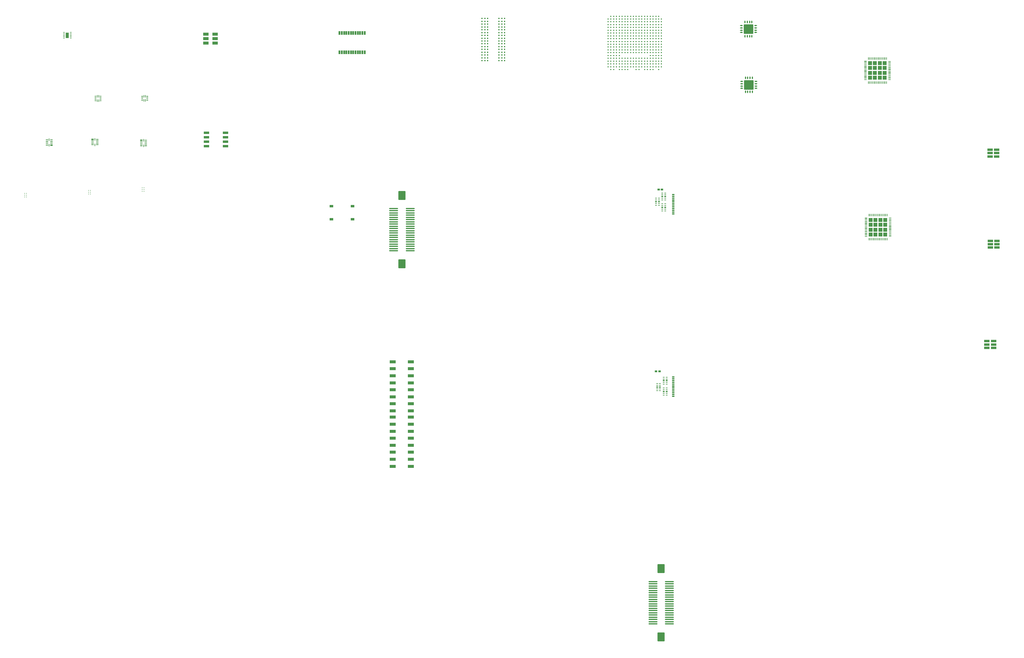
<source format=gtp>
%FSLAX46Y46*%
%MOMM*%
%AMPS22*
1,1,0.250000,0.000000,0.000000*
%
%ADD22PS22*%
%AMPS46*
1,1,0.400000,0.000000,0.000000*
%
%ADD46PS46*%
%AMPS30*
1,1,0.350000,0.000000,0.000000*
%
%ADD30PS30*%
%AMPS45*
21,1,0.890000,1.650000,0.000000,0.000000,90.000000*
%
%ADD45PS45*%
%AMPS44*
21,1,0.890000,1.650000,0.000000,0.000000,270.000000*
%
%ADD44PS44*%
%AMPS50*
21,1,0.450000,1.050000,0.000000,0.000000,0.000000*
%
%ADD50PS50*%
%AMPS51*
21,1,0.450000,1.050000,0.000000,0.000000,180.000000*
%
%ADD51PS51*%
%AMPS52*
21,1,0.600000,0.500000,0.000000,0.000000,0.000000*
%
%ADD52PS52*%
%AMPS43*
21,1,0.600000,0.500000,0.000000,0.000000,180.000000*
%
%ADD43PS43*%
%AMPS10*
21,1,0.650000,1.450000,0.000000,0.000000,90.000000*
%
%ADD10PS10*%
%AMPS11*
21,1,0.650000,1.450000,0.000000,0.000000,270.000000*
%
%ADD11PS11*%
%AMPS12*
21,1,0.690000,0.320000,0.000000,0.000000,0.000000*
%
%ADD12PS12*%
%AMPS37*
21,1,0.690000,0.320000,0.000000,0.000000,180.000000*
%
%ADD37PS37*%
%AMPS40*
21,1,0.890000,1.600000,0.000000,0.000000,90.000000*
%
%ADD40PS40*%
%AMPS39*
21,1,0.890000,1.600000,0.000000,0.000000,270.000000*
%
%ADD39PS39*%
%AMPS42*
21,1,0.220000,0.700000,0.000000,0.000000,0.000000*
%
%ADD42PS42*%
%AMPS48*
21,1,0.600000,1.500000,0.000000,0.000000,90.000000*
%
%ADD48PS48*%
%AMPS47*
21,1,0.600000,1.500000,0.000000,0.000000,270.000000*
%
%ADD47PS47*%
%AMPS41*
21,1,0.220000,0.450000,0.000000,0.000000,270.000000*
%
%ADD41PS41*%
%AMPS24*
21,1,0.700000,0.220000,0.000000,0.000000,180.000000*
%
%ADD24PS24*%
%AMPS23*
21,1,0.700000,0.220000,0.000000,0.000000,270.000000*
%
%ADD23PS23*%
%AMPS13*
21,1,0.690000,0.220000,0.000000,0.000000,0.000000*
%
%ADD13PS13*%
%AMPS15*
21,1,0.690000,0.220000,0.000000,0.000000,90.000000*
%
%ADD15PS15*%
%AMPS16*
21,1,0.690000,0.220000,0.000000,0.000000,180.000000*
%
%ADD16PS16*%
%AMPS14*
21,1,0.690000,0.220000,0.000000,0.000000,270.000000*
%
%ADD14PS14*%
%AMPS38*
21,1,0.320000,0.700000,0.000000,0.000000,90.000000*
%
%ADD38PS38*%
%AMPS27*
4,1,4,
0.150000,0.150000,
0.150000,1.250000,
1.250000,1.250000,
1.250000,0.150000,
0.150000,0.150000,
0
*
4,1,4,
0.150000,1.550000,
0.150000,2.650000,
1.250000,2.650000,
1.250000,1.550000,
0.150000,1.550000,
0
*
4,1,4,
1.550000,0.150000,
1.550000,1.250000,
2.650000,1.250000,
2.650000,0.150000,
1.550000,0.150000,
0
*
4,1,4,
0.150000,-2.650000,
0.150000,-1.550000,
1.250000,-1.550000,
1.250000,-2.650000,
0.150000,-2.650000,
0
*
4,1,4,
-1.250000,1.550000,
-1.250000,2.650000,
-0.150000,2.650000,
-0.150000,1.550000,
-1.250000,1.550000,
0
*
4,1,4,
1.550000,-2.650000,
1.550000,-1.550000,
2.650000,-1.550000,
2.650000,-2.650000,
1.550000,-2.650000,
0
*
4,1,4,
-2.650000,-1.250000,
-2.650000,-0.150000,
-1.550000,-0.150000,
-1.550000,-1.250000,
-2.650000,-1.250000,
0
*
4,1,4,
-2.650000,0.150000,
-2.650000,1.250000,
-1.550000,1.250000,
-1.550000,0.150000,
-2.650000,0.150000,
0
*
4,1,4,
-1.250000,-1.250000,
-1.250000,-0.150000,
-0.150000,-0.150000,
-0.150000,-1.250000,
-1.250000,-1.250000,
0
*
4,1,4,
1.550000,-1.250000,
1.550000,-0.150000,
2.650000,-0.150000,
2.650000,-1.250000,
1.550000,-1.250000,
0
*
4,1,4,
0.150000,-1.250000,
0.150000,-0.150000,
1.250000,-0.150000,
1.250000,-1.250000,
0.150000,-1.250000,
0
*
4,1,4,
-1.250000,0.150000,
-1.250000,1.250000,
-0.150000,1.250000,
-0.150000,0.150000,
-1.250000,0.150000,
0
*
4,1,4,
-2.650000,1.550000,
-2.650000,2.650000,
-1.550000,2.650000,
-1.550000,1.550000,
-2.650000,1.550000,
0
*
4,1,4,
-2.650000,-2.650000,
-2.650000,-1.550000,
-1.550000,-1.550000,
-1.550000,-2.650000,
-2.650000,-2.650000,
0
*
4,1,4,
-1.250000,-2.650000,
-1.250000,-1.550000,
-0.150000,-1.550000,
-0.150000,-2.650000,
-1.250000,-2.650000,
0
*
4,1,4,
1.550000,1.550000,
1.550000,2.650000,
2.650000,2.650000,
2.650000,1.550000,
1.550000,1.550000,
0
*
%
%ADD27PS27*%
%AMPS31*
1,1,0.100000,-0.200000,-0.050000*
1,1,0.100000,-0.200000,0.050000*
21,1,0.500000,0.100000,0.000000,0.000000,0.000000*
21,1,0.400000,0.200000,0.000000,0.000000,0.000000*
1,1,0.100000,0.200000,-0.050000*
1,1,0.100000,0.200000,0.050000*
%
%ADD31PS31*%
%AMPS32*
1,1,0.100000,0.200000,0.050000*
1,1,0.100000,0.200000,-0.050000*
21,1,0.500000,0.100000,0.000000,0.000000,180.000000*
21,1,0.400000,0.200000,0.000000,0.000000,180.000000*
1,1,0.100000,-0.200000,0.050000*
1,1,0.100000,-0.200000,-0.050000*
%
%ADD32PS32*%
%AMPS36*
1,1,0.200000,-0.900000,1.150000*
1,1,0.200000,0.900000,1.150000*
21,1,2.500000,1.800000,0.000000,0.000000,270.000000*
21,1,2.300000,2.000000,0.000000,0.000000,270.000000*
1,1,0.200000,-0.900000,-1.150000*
1,1,0.200000,0.900000,-1.150000*
%
%ADD36PS36*%
%AMPS21*
1,1,0.100000,-1.300000,-1.300000*
1,1,0.100000,-1.300000,1.300000*
21,1,2.700000,2.600000,0.000000,0.000000,0.000000*
21,1,2.600000,2.700000,0.000000,0.000000,0.000000*
1,1,0.100000,1.300000,-1.300000*
1,1,0.100000,1.300000,1.300000*
%
%ADD21PS21*%
%AMPS28*
1,1,0.100000,0.232500,0.050000*
1,1,0.100000,0.232500,-0.050000*
21,1,0.565000,0.100000,0.000000,0.000000,180.000000*
21,1,0.465000,0.200000,0.000000,0.000000,180.000000*
1,1,0.100000,-0.232500,0.050000*
1,1,0.100000,-0.232500,-0.050000*
%
%ADD28PS28*%
%AMPS33*
1,1,0.100000,0.400000,0.700000*
1,1,0.100000,0.400000,-0.700000*
21,1,0.900000,1.400000,0.000000,0.000000,180.000000*
21,1,0.800000,1.500000,0.000000,0.000000,180.000000*
1,1,0.100000,-0.400000,0.700000*
1,1,0.100000,-0.400000,-0.700000*
%
%ADD33PS33*%
%AMPS49*
1,1,0.200000,-0.400000,-0.275000*
1,1,0.200000,-0.400000,0.275000*
21,1,1.000000,0.550000,0.000000,0.000000,0.000000*
21,1,0.800000,0.750000,0.000000,0.000000,0.000000*
1,1,0.200000,0.400000,-0.275000*
1,1,0.200000,0.400000,0.275000*
%
%ADD49PS49*%
%AMPS29*
1,1,0.100000,0.232500,0.150000*
1,1,0.100000,0.232500,-0.150000*
21,1,0.565000,0.300000,0.000000,0.000000,180.000000*
21,1,0.465000,0.400000,0.000000,0.000000,180.000000*
1,1,0.100000,-0.232500,0.150000*
1,1,0.100000,-0.232500,-0.150000*
%
%ADD29PS29*%
%AMPS34*
1,1,0.200000,1.150000,-0.075000*
1,1,0.200000,-1.150000,-0.075000*
21,1,0.350000,2.300000,0.000000,0.000000,90.000000*
21,1,0.150000,2.500000,0.000000,0.000000,90.000000*
1,1,0.200000,1.150000,0.075000*
1,1,0.200000,-1.150000,0.075000*
%
%ADD34PS34*%
%AMPS35*
1,1,0.200000,-1.150000,0.075000*
1,1,0.200000,1.150000,0.075000*
21,1,0.350000,2.300000,0.000000,0.000000,270.000000*
21,1,0.150000,2.500000,0.000000,0.000000,270.000000*
1,1,0.200000,-1.150000,-0.075000*
1,1,0.200000,1.150000,-0.075000*
%
%ADD35PS35*%
%AMPS19*
1,1,0.350000,0.000000,-0.225000*
1,1,0.350000,0.000000,0.225000*
21,1,0.350000,0.450000,0.000000,0.000000,0.000000*
21,1,0.000000,0.800000,0.000000,0.000000,0.000000*
1,1,0.350000,0.000000,-0.225000*
1,1,0.350000,0.000000,0.225000*
%
%ADD19PS19*%
%AMPS17*
1,1,0.350000,0.225000,0.000000*
1,1,0.350000,-0.225000,0.000000*
21,1,0.350000,0.450000,0.000000,0.000000,90.000000*
21,1,0.000000,0.800000,0.000000,0.000000,90.000000*
1,1,0.350000,0.225000,0.000000*
1,1,0.350000,-0.225000,0.000000*
%
%ADD17PS17*%
%AMPS20*
1,1,0.350000,0.000000,0.225000*
1,1,0.350000,0.000000,-0.225000*
21,1,0.350000,0.450000,0.000000,0.000000,180.000000*
21,1,0.000000,0.800000,0.000000,0.000000,180.000000*
1,1,0.350000,0.000000,0.225000*
1,1,0.350000,0.000000,-0.225000*
%
%ADD20PS20*%
%AMPS18*
1,1,0.350000,-0.225000,0.000000*
1,1,0.350000,0.225000,0.000000*
21,1,0.350000,0.450000,0.000000,0.000000,270.000000*
21,1,0.000000,0.800000,0.000000,0.000000,270.000000*
1,1,0.350000,-0.225000,0.000000*
1,1,0.350000,0.225000,0.000000*
%
%ADD18PS18*%
%AMPS26*
4,1,4,
0.010000,0.005000,
0.010000,0.215000,
0.690000,0.215000,
0.690000,0.005000,
0.010000,0.005000,
0
*
4,1,4,
0.010000,0.405000,
0.010000,0.615000,
0.690000,0.615000,
0.690000,0.405000,
0.010000,0.405000,
0
*
%
%ADD26PS26*%
%AMPS25*
4,1,4,
-0.010000,-0.005000,
-0.010000,-0.215000,
-0.690000,-0.215000,
-0.690000,-0.005000,
-0.010000,-0.005000,
0
*
4,1,4,
-0.010000,-0.405000,
-0.010000,-0.615000,
-0.690000,-0.615000,
-0.690000,-0.405000,
-0.010000,-0.405000,
0
*
4,1,4,
-0.010000,-0.805000,
-0.010000,-1.015000,
-0.690000,-1.015000,
-0.690000,-0.805000,
-0.010000,-0.805000,
0
*
%
%ADD25PS25*%
G01*
G01*
%LPD*%
G75*
D10*
X128140000Y-14840000D03*
D11*
X128140000Y-12940000D03*
D11*
X126240000Y-14840000D03*
D11*
X126240000Y-12940000D03*
D11*
X126240000Y-13890000D03*
D10*
X128140000Y-13890000D03*
D12*
X-139955000Y42915000D03*
D13*
X-139955000Y43715000D03*
D14*
X-140610000Y42910000D03*
D15*
X-140610000Y44520000D03*
D16*
X-141265000Y43715000D03*
D16*
X-141265000Y44115000D03*
D16*
X-141265000Y44515000D03*
D16*
X-141265000Y42915000D03*
D13*
X-139955000Y43315000D03*
D16*
X-141265000Y43315000D03*
D13*
X-139955000Y44515000D03*
D13*
X-139955000Y44115000D03*
D17*
X56500000Y60425000D03*
D18*
X60500000Y59775000D03*
D17*
X56500000Y59775000D03*
D19*
X58825000Y62100000D03*
D19*
X57525000Y62100000D03*
D18*
X60500000Y61075000D03*
D17*
X56500000Y61075000D03*
D20*
X58175000Y58100000D03*
D19*
X58175000Y62100000D03*
D21*
X58500000Y60100000D03*
D18*
X60500000Y59125000D03*
D19*
X59475000Y62100000D03*
D17*
X56500000Y59125000D03*
D20*
X59475000Y58100000D03*
D20*
X58825000Y58100000D03*
D20*
X57525000Y58100000D03*
D18*
X60500000Y60425000D03*
D22*
X-129400000Y29500000D03*
D22*
X-129400000Y30000000D03*
D22*
X-128900000Y29000000D03*
D22*
X-128900000Y29500000D03*
D22*
X-129400000Y29000000D03*
D22*
X-128900000Y30000000D03*
D23*
X94500000Y60760000D03*
D23*
X93700000Y67640000D03*
D23*
X93700000Y60760000D03*
D24*
X98540000Y62800000D03*
D25*
X92010000Y62510000D03*
D23*
X95300000Y60760000D03*
D24*
X98540000Y65200000D03*
D23*
X95700000Y67640000D03*
D24*
X98540000Y66400000D03*
D23*
X97300000Y67640000D03*
D23*
X94100000Y67640000D03*
D23*
X95300000Y67640000D03*
D23*
X92900000Y67640000D03*
D23*
X92900000Y60760000D03*
D24*
X98540000Y63200000D03*
D26*
X98190000Y64290000D03*
D26*
X98190000Y63490000D03*
D23*
X94900000Y60760000D03*
D23*
X96100000Y67640000D03*
D23*
X95700000Y60760000D03*
D23*
X97700000Y60760000D03*
D23*
X92500000Y67640000D03*
D23*
X96500000Y60760000D03*
D24*
X98540000Y66800000D03*
D23*
X96900000Y67640000D03*
D23*
X96900000Y60760000D03*
D23*
X96500000Y67640000D03*
D24*
X98540000Y62000000D03*
D24*
X98540000Y66000000D03*
D23*
X94900000Y67640000D03*
D24*
X98540000Y65600000D03*
D25*
X92010000Y64110000D03*
D23*
X97700000Y67640000D03*
D23*
X94100000Y60760000D03*
D23*
X97300000Y60760000D03*
D24*
X98540000Y62400000D03*
D23*
X94500000Y67640000D03*
D23*
X92500000Y60760000D03*
D27*
X95100000Y64200000D03*
D23*
X93300000Y60760000D03*
D25*
X92010000Y65310000D03*
D24*
X98540000Y61600000D03*
D24*
X91660000Y65600000D03*
D25*
X92010000Y66910000D03*
D24*
X91660000Y62800000D03*
D23*
X93300000Y67640000D03*
D23*
X96100000Y60760000D03*
D28*
X34282500Y-28300000D03*
D28*
X35117500Y-26300000D03*
D28*
X35117500Y-27800000D03*
D29*
X34282500Y-27300000D03*
D28*
X34282500Y-26300000D03*
D28*
X35117500Y-26800000D03*
D28*
X34282500Y-26800000D03*
D28*
X35117500Y-28300000D03*
D29*
X35117500Y-27300000D03*
D28*
X34282500Y-27800000D03*
D30*
X18440000Y70080000D03*
D30*
X20840000Y75680000D03*
D30*
X32840000Y66880000D03*
D30*
X29640000Y66080000D03*
D30*
X20040000Y67680000D03*
D30*
X32040000Y71680000D03*
D30*
X28040000Y71680000D03*
D30*
X29640000Y72480000D03*
D30*
X28040000Y78880000D03*
D30*
X24040000Y72480000D03*
D30*
X24840000Y70080000D03*
D30*
X23240000Y69280000D03*
D30*
X26440000Y71680000D03*
D30*
X32040000Y75680000D03*
D30*
X23240000Y67680000D03*
D30*
X22440000Y71680000D03*
D30*
X23240000Y66880000D03*
D30*
X33640000Y66880000D03*
D30*
X22440000Y72480000D03*
D30*
X30440000Y64480000D03*
D30*
X18440000Y67680000D03*
D30*
X25640000Y65280000D03*
D30*
X22440000Y77280000D03*
D30*
X18440000Y65280000D03*
D30*
X32040000Y67680000D03*
D30*
X33640000Y78080000D03*
D30*
X28840000Y67680000D03*
D30*
X18440000Y76480000D03*
D30*
X32840000Y77280000D03*
D30*
X21640000Y66080000D03*
D30*
X20040000Y70880000D03*
D30*
X19240000Y75680000D03*
D30*
X32840000Y76480000D03*
D30*
X19240000Y78880000D03*
D30*
X26440000Y74080000D03*
D30*
X21640000Y76480000D03*
D30*
X21640000Y67680000D03*
D30*
X27240000Y66880000D03*
D30*
X22440000Y66880000D03*
D30*
X25640000Y70080000D03*
D30*
X32840000Y79680000D03*
D30*
X21640000Y74080000D03*
D30*
X32840000Y74080000D03*
D30*
X29640000Y73280000D03*
D30*
X19240000Y64480000D03*
D30*
X28040000Y75680000D03*
D30*
X28840000Y64480000D03*
D30*
X20840000Y70080000D03*
D30*
X20040000Y74880000D03*
D30*
X28040000Y79680000D03*
D30*
X29640000Y75680000D03*
D30*
X23240000Y78080000D03*
D30*
X25640000Y74080000D03*
D30*
X31240000Y71680000D03*
D30*
X22440000Y67680000D03*
D30*
X20840000Y65280000D03*
D30*
X33640000Y74880000D03*
D30*
X28840000Y65280000D03*
D30*
X33640000Y76480000D03*
D30*
X23240000Y70080000D03*
D30*
X28040000Y67680000D03*
D30*
X20840000Y79680000D03*
D30*
X23240000Y66080000D03*
D30*
X29640000Y66880000D03*
D30*
X24840000Y76480000D03*
D30*
X18440000Y70880000D03*
D30*
X29640000Y71680000D03*
D30*
X24840000Y65280000D03*
D30*
X27240000Y72480000D03*
D30*
X24840000Y67680000D03*
D30*
X20040000Y77280000D03*
D30*
X18440000Y74080000D03*
D30*
X25640000Y67680000D03*
D30*
X28840000Y66880000D03*
D30*
X26440000Y76480000D03*
D30*
X27240000Y70080000D03*
D30*
X24040000Y73280000D03*
D30*
X24040000Y67680000D03*
D30*
X32840000Y73280000D03*
D30*
X29640000Y78880000D03*
D30*
X27240000Y69280000D03*
D30*
X20040000Y69280000D03*
D30*
X30440000Y66080000D03*
D30*
X33640000Y67680000D03*
D30*
X24840000Y70880000D03*
D30*
X20840000Y69280000D03*
D30*
X32840000Y71680000D03*
D30*
X18440000Y71680000D03*
D30*
X24040000Y78880000D03*
D30*
X31240000Y74880000D03*
D30*
X29640000Y65280000D03*
D30*
X27240000Y71680000D03*
D30*
X28840000Y79680000D03*
D30*
X26440000Y72480000D03*
D30*
X29640000Y77280000D03*
D30*
X33640000Y68480000D03*
D30*
X28840000Y74880000D03*
D30*
X25640000Y70880000D03*
D30*
X26440000Y69280000D03*
D30*
X32840000Y75680000D03*
D30*
X27240000Y76480000D03*
D30*
X21640000Y70080000D03*
D30*
X20840000Y78080000D03*
D30*
X25640000Y74880000D03*
D30*
X30440000Y75680000D03*
D30*
X25640000Y73280000D03*
D30*
X23240000Y75680000D03*
D30*
X19240000Y73280000D03*
D30*
X21640000Y78880000D03*
D30*
X28040000Y74880000D03*
D30*
X19240000Y79680000D03*
D30*
X18440000Y66080000D03*
D30*
X24040000Y75680000D03*
D30*
X22440000Y78880000D03*
D30*
X18440000Y74880000D03*
D30*
X32040000Y66880000D03*
D30*
X26440000Y70080000D03*
D30*
X31240000Y70880000D03*
D30*
X32840000Y65280000D03*
D30*
X27240000Y70880000D03*
D30*
X28040000Y72480000D03*
D30*
X20840000Y74880000D03*
D30*
X32840000Y67680000D03*
D30*
X24840000Y78880000D03*
D30*
X22440000Y69280000D03*
D30*
X22440000Y65280000D03*
D30*
X23240000Y76480000D03*
D30*
X20040000Y71680000D03*
D30*
X18440000Y69280000D03*
D30*
X32040000Y70880000D03*
D30*
X23240000Y73280000D03*
D30*
X18440000Y77280000D03*
D30*
X28840000Y77280000D03*
D30*
X24840000Y74080000D03*
D30*
X31240000Y66080000D03*
D30*
X30440000Y78080000D03*
D30*
X26440000Y73280000D03*
D30*
X33640000Y74080000D03*
D30*
X26440000Y78080000D03*
D30*
X22440000Y76480000D03*
D30*
X31240000Y76480000D03*
D30*
X32040000Y76480000D03*
D30*
X24840000Y75680000D03*
D30*
X32040000Y74080000D03*
D30*
X20040000Y78880000D03*
D30*
X21640000Y71680000D03*
D30*
X33640000Y78880000D03*
D30*
X29640000Y74080000D03*
D30*
X32040000Y66080000D03*
D30*
X19240000Y70080000D03*
D30*
X23240000Y71680000D03*
D30*
X18440000Y78880000D03*
D30*
X26440000Y75680000D03*
D30*
X25640000Y71680000D03*
D30*
X32040000Y78080000D03*
D30*
X19240000Y74080000D03*
D30*
X30440000Y78880000D03*
D30*
X28040000Y70080000D03*
D30*
X24840000Y74880000D03*
D30*
X32040000Y69280000D03*
D30*
X26440000Y64480000D03*
D30*
X29640000Y64480000D03*
D30*
X22440000Y79680000D03*
D30*
X32840000Y78880000D03*
D30*
X24040000Y76480000D03*
D30*
X24840000Y71680000D03*
D30*
X19240000Y67680000D03*
D30*
X18440000Y73280000D03*
D30*
X20840000Y71680000D03*
D30*
X25640000Y79680000D03*
D30*
X24040000Y74880000D03*
D30*
X20040000Y66080000D03*
D30*
X25640000Y78080000D03*
D30*
X21640000Y79680000D03*
D30*
X24040000Y71680000D03*
D30*
X32840000Y74880000D03*
D30*
X26440000Y78880000D03*
D30*
X32840000Y70880000D03*
D30*
X20040000Y73280000D03*
D30*
X18440000Y68480000D03*
D30*
X24840000Y79680000D03*
D30*
X28840000Y73280000D03*
D30*
X24040000Y77280000D03*
D30*
X28840000Y76480000D03*
D30*
X32840000Y64480000D03*
D30*
X32840000Y78080000D03*
D30*
X18440000Y66880000D03*
D30*
X22440000Y64480000D03*
D30*
X19240000Y66880000D03*
D30*
X27240000Y73280000D03*
D30*
X24840000Y77280000D03*
D30*
X27240000Y67680000D03*
D30*
X30440000Y70880000D03*
D30*
X28040000Y78080000D03*
D30*
X30440000Y69280000D03*
D30*
X27240000Y78080000D03*
D30*
X30440000Y66880000D03*
D30*
X32040000Y77280000D03*
D30*
X28040000Y69280000D03*
D30*
X30440000Y74080000D03*
D30*
X27240000Y79680000D03*
D30*
X27240000Y65280000D03*
D30*
X23240000Y79680000D03*
D30*
X21640000Y66880000D03*
D30*
X28840000Y72480000D03*
D30*
X21640000Y65280000D03*
D30*
X19240000Y71680000D03*
D30*
X20840000Y76480000D03*
D30*
X31240000Y67680000D03*
D30*
X30440000Y76480000D03*
D30*
X33640000Y69280000D03*
D30*
X20040000Y75680000D03*
D30*
X31240000Y66880000D03*
D30*
X30440000Y68480000D03*
D30*
X23240000Y74880000D03*
D30*
X20040000Y78080000D03*
D30*
X20840000Y74080000D03*
D30*
X19240000Y65280000D03*
D30*
X28040000Y73280000D03*
D30*
X20840000Y70880000D03*
D30*
X27240000Y78880000D03*
D30*
X24040000Y66080000D03*
D30*
X31240000Y65280000D03*
D30*
X24840000Y66880000D03*
D30*
X28840000Y78080000D03*
D30*
X33640000Y70880000D03*
D30*
X24840000Y72480000D03*
D30*
X25640000Y72480000D03*
D30*
X26440000Y77280000D03*
D30*
X23240000Y78880000D03*
D30*
X22440000Y70080000D03*
D30*
X20040000Y76480000D03*
D30*
X28040000Y74080000D03*
D30*
X23240000Y70880000D03*
D30*
X31240000Y70080000D03*
D30*
X19240000Y76480000D03*
D30*
X31240000Y79680000D03*
D30*
X28840000Y75680000D03*
D30*
X31240000Y74080000D03*
D30*
X24040000Y74080000D03*
D30*
X28840000Y78880000D03*
D30*
X21640000Y74880000D03*
D30*
X24040000Y79680000D03*
D30*
X31240000Y64480000D03*
D30*
X20040000Y66880000D03*
D30*
X28840000Y74080000D03*
D30*
X28040000Y65280000D03*
D30*
X19240000Y78080000D03*
D30*
X20040000Y70080000D03*
D30*
X20840000Y68480000D03*
D30*
X31240000Y75680000D03*
D30*
X28840000Y71680000D03*
D30*
X32040000Y68480000D03*
D30*
X25640000Y75680000D03*
D30*
X19240000Y68480000D03*
D30*
X24040000Y69280000D03*
D30*
X32040000Y65280000D03*
D30*
X26440000Y66880000D03*
D30*
X33640000Y73280000D03*
D30*
X31240000Y77280000D03*
D30*
X32840000Y69280000D03*
D30*
X20840000Y66880000D03*
D30*
X29640000Y74880000D03*
D30*
X29640000Y67680000D03*
D30*
X21640000Y64480000D03*
D30*
X21640000Y73280000D03*
D30*
X26440000Y65280000D03*
D30*
X31240000Y73280000D03*
D30*
X29640000Y76480000D03*
D30*
X31240000Y72480000D03*
D30*
X22440000Y74880000D03*
D30*
X32840000Y68480000D03*
D30*
X20840000Y77280000D03*
D30*
X27240000Y75680000D03*
D30*
X20040000Y74080000D03*
D30*
X20040000Y79680000D03*
D30*
X25640000Y78880000D03*
D30*
X24840000Y69280000D03*
D30*
X30440000Y72480000D03*
D30*
X24840000Y73280000D03*
D30*
X31240000Y78880000D03*
D30*
X23240000Y64480000D03*
D30*
X27240000Y74880000D03*
D30*
X25640000Y66080000D03*
D30*
X20840000Y73280000D03*
D30*
X19240000Y74880000D03*
D30*
X29640000Y69280000D03*
D30*
X22440000Y74080000D03*
D30*
X24840000Y78080000D03*
D30*
X21640000Y69280000D03*
D30*
X23240000Y74080000D03*
D30*
X27240000Y64480000D03*
D30*
X24040000Y66880000D03*
D30*
X21640000Y68480000D03*
D30*
X28040000Y76480000D03*
D30*
X19240000Y72480000D03*
D30*
X33640000Y71680000D03*
D30*
X19240000Y77280000D03*
D30*
X18440000Y72480000D03*
D30*
X33640000Y66080000D03*
D30*
X19240000Y69280000D03*
D30*
X20040000Y72480000D03*
D30*
X21640000Y70880000D03*
D30*
X33640000Y77280000D03*
D30*
X22440000Y70880000D03*
D30*
X25640000Y76480000D03*
D30*
X30440000Y65280000D03*
D30*
X32040000Y70080000D03*
D30*
X28040000Y77280000D03*
D30*
X30440000Y79680000D03*
D30*
X22440000Y66080000D03*
D30*
X19240000Y66080000D03*
D30*
X30440000Y71680000D03*
D30*
X33640000Y75680000D03*
D30*
X30440000Y77280000D03*
D30*
X26440000Y74880000D03*
D30*
X25640000Y66880000D03*
D30*
X21640000Y72480000D03*
D30*
X29640000Y70880000D03*
D30*
X30440000Y67680000D03*
D30*
X24040000Y64480000D03*
D30*
X32040000Y78880000D03*
D30*
X32840000Y70080000D03*
D30*
X33640000Y70080000D03*
D30*
X18440000Y78080000D03*
D30*
X28840000Y70080000D03*
D30*
X32840000Y72480000D03*
D30*
X29640000Y79680000D03*
D30*
X22440000Y73280000D03*
D30*
X27240000Y66080000D03*
D30*
X20040000Y68480000D03*
D30*
X23240000Y77280000D03*
D30*
X28040000Y66880000D03*
D30*
X24040000Y70880000D03*
D30*
X28040000Y70880000D03*
D30*
X25640000Y77280000D03*
D30*
X31240000Y68480000D03*
D30*
X20840000Y67680000D03*
D30*
X20840000Y78880000D03*
D30*
X28840000Y66080000D03*
D30*
X26440000Y67680000D03*
D30*
X23240000Y65280000D03*
D30*
X20040000Y65280000D03*
D30*
X18440000Y75680000D03*
D30*
X24040000Y65280000D03*
D30*
X26440000Y79680000D03*
D30*
X24040000Y70080000D03*
D30*
X24840000Y66080000D03*
D30*
X30440000Y70080000D03*
D30*
X22440000Y75680000D03*
D30*
X22440000Y78080000D03*
D30*
X30440000Y74880000D03*
D30*
X32040000Y79680000D03*
D30*
X27240000Y74080000D03*
D30*
X19240000Y70880000D03*
D30*
X32040000Y74880000D03*
D30*
X21640000Y77280000D03*
D30*
X30440000Y73280000D03*
D30*
X28040000Y66080000D03*
D30*
X26440000Y70880000D03*
D30*
X33640000Y72480000D03*
D30*
X32040000Y72480000D03*
D30*
X29640000Y78080000D03*
D30*
X24040000Y78080000D03*
D30*
X28840000Y69280000D03*
D30*
X23240000Y72480000D03*
D30*
X20840000Y66080000D03*
D30*
X20840000Y72480000D03*
D30*
X29640000Y70080000D03*
D30*
X31240000Y78080000D03*
D30*
X26440000Y66080000D03*
D30*
X25640000Y69280000D03*
D30*
X31240000Y69280000D03*
D30*
X20040000Y64480000D03*
D30*
X28840000Y70880000D03*
D30*
X32840000Y66080000D03*
D30*
X21640000Y78080000D03*
D30*
X33640000Y65280000D03*
D30*
X32040000Y73280000D03*
D30*
X27240000Y77280000D03*
D30*
X21640000Y75680000D03*
D10*
X129100000Y13740000D03*
D11*
X129100000Y15640000D03*
D11*
X127200000Y13740000D03*
D11*
X127200000Y15640000D03*
D11*
X127200000Y14690000D03*
D10*
X129100000Y14690000D03*
D31*
X-136390000Y74650000D03*
D32*
X-134490000Y73850000D03*
D31*
X-136390000Y75050000D03*
D33*
X-135440000Y74250000D03*
D32*
X-134490000Y73450000D03*
D32*
X-134490000Y74250000D03*
D31*
X-136390000Y73850000D03*
D31*
X-136390000Y74250000D03*
D32*
X-134490000Y74650000D03*
D32*
X-134490000Y75050000D03*
D31*
X-136390000Y73450000D03*
D17*
X56400000Y76325000D03*
D18*
X60400000Y75675000D03*
D17*
X56400000Y75675000D03*
D19*
X58725000Y78000000D03*
D19*
X57425000Y78000000D03*
D18*
X60400000Y76975000D03*
D17*
X56400000Y76975000D03*
D20*
X58075000Y74000000D03*
D19*
X58075000Y78000000D03*
D21*
X58400000Y76000000D03*
D18*
X60400000Y75025000D03*
D19*
X59375000Y78000000D03*
D17*
X56400000Y75025000D03*
D20*
X59375000Y74000000D03*
D20*
X58725000Y74000000D03*
D20*
X57425000Y74000000D03*
D18*
X60400000Y76325000D03*
D34*
X35889997Y-86547513D03*
D35*
X31189997Y-81467513D03*
D35*
X31189997Y-92262513D03*
D34*
X35889997Y-83372513D03*
D35*
X31189997Y-90992513D03*
D36*
X33540000Y-77765000D03*
D35*
X31189997Y-89087513D03*
D34*
X35889997Y-92262513D03*
D34*
X35889997Y-87817513D03*
D35*
X31189997Y-84007513D03*
D35*
X31189997Y-85277513D03*
D35*
X31189997Y-87182513D03*
D35*
X31189997Y-93532513D03*
D34*
X35889997Y-81467513D03*
D35*
X31189997Y-84642513D03*
D35*
X31189997Y-90357513D03*
D35*
X31189997Y-89722513D03*
D35*
X31189997Y-92897513D03*
D34*
X35889997Y-82102513D03*
D34*
X35889997Y-90992513D03*
D34*
X35889997Y-90357513D03*
D34*
X35889997Y-93532513D03*
D34*
X35889997Y-91627513D03*
D34*
X35889997Y-89722513D03*
D34*
X35889997Y-88452513D03*
D35*
X31189997Y-82102513D03*
D35*
X31189997Y-87817513D03*
D34*
X35889997Y-85277513D03*
D35*
X31189997Y-88452513D03*
D34*
X35889997Y-84007513D03*
D35*
X31189997Y-85912513D03*
D34*
X35889997Y-92897513D03*
D35*
X31189997Y-91627513D03*
D36*
X33540000Y-97235000D03*
D34*
X35889997Y-85912513D03*
D34*
X35889997Y-84642513D03*
D34*
X35889997Y-87182513D03*
D35*
X31189997Y-83372513D03*
D34*
X35889997Y-89087513D03*
D35*
X31189997Y-82737513D03*
D35*
X31189997Y-86547513D03*
D34*
X35889997Y-82737513D03*
D37*
X-114400000Y44300000D03*
D16*
X-114400000Y43500000D03*
D15*
X-113745000Y44305000D03*
D14*
X-113745000Y42695000D03*
D13*
X-113090000Y43500000D03*
D13*
X-113090000Y43100000D03*
D13*
X-113090000Y42700000D03*
D13*
X-113090000Y44300000D03*
D16*
X-114400000Y43900000D03*
D13*
X-113090000Y43900000D03*
D16*
X-114400000Y42700000D03*
D16*
X-114400000Y43100000D03*
D22*
X-114110000Y30260000D03*
D22*
X-114110000Y30760000D03*
D22*
X-113610000Y29760000D03*
D22*
X-113610000Y30260000D03*
D22*
X-114110000Y29760000D03*
D22*
X-113610000Y30760000D03*
D38*
X36990000Y-26650002D03*
D38*
X36990000Y-24650002D03*
D38*
X36990000Y-27150002D03*
D38*
X36990000Y-25150002D03*
D38*
X36990000Y-23150002D03*
D38*
X36990000Y-28150002D03*
D38*
X36990000Y-28650002D03*
D38*
X36990000Y-27650002D03*
D38*
X36990000Y-24150002D03*
D38*
X36990000Y-26150002D03*
D38*
X36990000Y-23650002D03*
D38*
X36990000Y-25650002D03*
D28*
X33882500Y27300000D03*
D28*
X34717500Y29300000D03*
D28*
X34717500Y27800000D03*
D29*
X33882500Y28300000D03*
D28*
X33882500Y29300000D03*
D28*
X34717500Y28800000D03*
D28*
X33882500Y28800000D03*
D28*
X34717500Y27300000D03*
D29*
X34717500Y28300000D03*
D28*
X33882500Y27800000D03*
D39*
X-96000000Y73300000D03*
D40*
X-93400000Y72030000D03*
D40*
X-93400000Y73300000D03*
D39*
X-96000000Y74570000D03*
D39*
X-96000000Y72030000D03*
D40*
X-93400000Y74570000D03*
D41*
X-112695000Y56090000D03*
D41*
X-114145000Y55690000D03*
D41*
X-112695000Y56490000D03*
D41*
X-112695000Y56890000D03*
D42*
X-113620000Y56890000D03*
D41*
X-114145000Y56490000D03*
D41*
X-114145000Y56090000D03*
D41*
X-114145000Y56890000D03*
D42*
X-113220000Y56890000D03*
D42*
X-113220000Y55690000D03*
D42*
X-113620000Y55690000D03*
D41*
X-112695000Y55690000D03*
D43*
X32100000Y-21500000D03*
D43*
X33100000Y-21500000D03*
D44*
X-42874995Y-36599999D03*
D45*
X-37724995Y-46599999D03*
D45*
X-37724995Y-38599999D03*
D45*
X-37724995Y-40599999D03*
D44*
X-42874995Y-44599999D03*
D45*
X-37724995Y-42599999D03*
D44*
X-42874995Y-46599999D03*
D45*
X-37724995Y-34599999D03*
D45*
X-37724995Y-48599999D03*
D45*
X-37724995Y-36599999D03*
D44*
X-42874995Y-38599999D03*
D44*
X-42874995Y-34599999D03*
D44*
X-42874995Y-40599999D03*
D44*
X-42874995Y-48599999D03*
D45*
X-37724995Y-44599999D03*
D44*
X-42874995Y-42599999D03*
D23*
X94660000Y16120000D03*
D23*
X93860000Y23000000D03*
D23*
X93860000Y16120000D03*
D24*
X98700000Y18160000D03*
D25*
X92170000Y17870000D03*
D23*
X95460000Y16120000D03*
D24*
X98700000Y20560000D03*
D23*
X95860000Y23000000D03*
D24*
X98700000Y21760000D03*
D23*
X97460000Y23000000D03*
D23*
X94260000Y23000000D03*
D23*
X95460000Y23000000D03*
D23*
X93060000Y23000000D03*
D23*
X93060000Y16120000D03*
D24*
X98700000Y18560000D03*
D26*
X98350000Y19650000D03*
D26*
X98350000Y18850000D03*
D23*
X95060000Y16120000D03*
D23*
X96260000Y23000000D03*
D23*
X95860000Y16120000D03*
D23*
X97860000Y16120000D03*
D23*
X92660000Y23000000D03*
D23*
X96660000Y16120000D03*
D24*
X98700000Y22160000D03*
D23*
X97060000Y23000000D03*
D23*
X97060000Y16120000D03*
D23*
X96660000Y23000000D03*
D24*
X98700000Y17360000D03*
D24*
X98700000Y21360000D03*
D23*
X95060000Y23000000D03*
D24*
X98700000Y20960000D03*
D25*
X92170000Y19470000D03*
D23*
X97860000Y23000000D03*
D23*
X94260000Y16120000D03*
D23*
X97460000Y16120000D03*
D24*
X98700000Y17760000D03*
D23*
X94660000Y23000000D03*
D23*
X92660000Y16120000D03*
D27*
X95260000Y19560000D03*
D23*
X93460000Y16120000D03*
D25*
X92170000Y20670000D03*
D24*
X98700000Y16960000D03*
D24*
X91820000Y20960000D03*
D25*
X92170000Y22270000D03*
D24*
X91820000Y18160000D03*
D23*
X93460000Y23000000D03*
D23*
X96260000Y16120000D03*
D38*
X36990000Y25349998D03*
D38*
X36990000Y27349998D03*
D38*
X36990000Y24849998D03*
D38*
X36990000Y26849998D03*
D38*
X36990000Y28849998D03*
D38*
X36990000Y23849998D03*
D38*
X36990000Y23349998D03*
D38*
X36990000Y24349998D03*
D38*
X36990000Y27849998D03*
D38*
X36990000Y25849998D03*
D38*
X36990000Y28349998D03*
D38*
X36990000Y26349998D03*
D46*
X-12620000Y75010000D03*
D46*
X-11820000Y68610000D03*
D46*
X-11020000Y78210000D03*
D46*
X-11020000Y70210000D03*
D46*
X-15820000Y79010000D03*
D46*
X-11020000Y69410000D03*
D46*
X-16620000Y67010000D03*
D46*
X-11020000Y67010000D03*
D46*
X-17420000Y71010000D03*
D46*
X-15820000Y67010000D03*
D46*
X-16620000Y73410000D03*
D46*
X-11820000Y75010000D03*
D46*
X-11020000Y73410000D03*
D46*
X-11820000Y78210000D03*
D46*
X-12620000Y69410000D03*
D46*
X-16620000Y79010000D03*
D46*
X-12620000Y75810000D03*
D46*
X-17420000Y70210000D03*
D46*
X-12620000Y72610000D03*
D46*
X-12620000Y74210000D03*
D46*
X-12620000Y73410000D03*
D46*
X-15820000Y71810000D03*
D46*
X-16620000Y76610000D03*
D46*
X-15820000Y75010000D03*
D46*
X-16620000Y74210000D03*
D46*
X-16620000Y75810000D03*
D46*
X-16620000Y67810000D03*
D46*
X-11020000Y68610000D03*
D46*
X-12620000Y70210000D03*
D46*
X-11020000Y67810000D03*
D46*
X-11820000Y71810000D03*
D46*
X-15820000Y76610000D03*
D46*
X-16620000Y71010000D03*
D46*
X-11020000Y71810000D03*
D46*
X-11020000Y75810000D03*
D46*
X-11820000Y75810000D03*
D46*
X-15820000Y75810000D03*
D46*
X-11820000Y76610000D03*
D46*
X-11820000Y67010000D03*
D46*
X-16620000Y78210000D03*
D46*
X-12620000Y77410000D03*
D46*
X-11820000Y69410000D03*
D46*
X-11820000Y71010000D03*
D46*
X-11020000Y75010000D03*
D46*
X-16620000Y68610000D03*
D46*
X-17420000Y67010000D03*
D46*
X-12620000Y76610000D03*
D46*
X-17420000Y78210000D03*
D46*
X-11820000Y67810000D03*
D46*
X-12620000Y78210000D03*
D46*
X-17420000Y67810000D03*
D46*
X-11020000Y77410000D03*
D46*
X-12620000Y79010000D03*
D46*
X-11020000Y76610000D03*
D46*
X-11820000Y72610000D03*
D46*
X-11820000Y74210000D03*
D46*
X-11020000Y71010000D03*
D46*
X-17420000Y69410000D03*
D46*
X-15820000Y72610000D03*
D46*
X-15820000Y71010000D03*
D46*
X-11820000Y70210000D03*
D46*
X-16620000Y75010000D03*
D46*
X-15820000Y77410000D03*
D46*
X-16620000Y69410000D03*
D46*
X-16620000Y77410000D03*
D46*
X-15820000Y69410000D03*
D46*
X-11020000Y79010000D03*
D46*
X-11820000Y73410000D03*
D46*
X-15820000Y74210000D03*
D46*
X-17420000Y73410000D03*
D46*
X-17420000Y77410000D03*
D46*
X-12620000Y67810000D03*
D46*
X-12620000Y68610000D03*
D46*
X-15820000Y67810000D03*
D46*
X-15820000Y78210000D03*
D46*
X-17420000Y75010000D03*
D46*
X-17420000Y71810000D03*
D46*
X-11820000Y77410000D03*
D46*
X-17420000Y68610000D03*
D46*
X-11020000Y74210000D03*
D46*
X-15820000Y68610000D03*
D46*
X-17420000Y75810000D03*
D46*
X-17420000Y74210000D03*
D46*
X-11820000Y79010000D03*
D46*
X-12620000Y71010000D03*
D46*
X-12620000Y71810000D03*
D46*
X-17420000Y76610000D03*
D46*
X-16620000Y70210000D03*
D46*
X-17420000Y79010000D03*
D46*
X-16620000Y71810000D03*
D46*
X-15820000Y70210000D03*
D46*
X-15820000Y73410000D03*
D46*
X-17420000Y72610000D03*
D46*
X-12620000Y67010000D03*
D46*
X-11020000Y72610000D03*
D46*
X-16620000Y72610000D03*
D47*
X-95820000Y45175000D03*
D47*
X-95820000Y42635000D03*
D48*
X-90420000Y45175000D03*
D47*
X-95820000Y46445000D03*
D47*
X-95820000Y43905000D03*
D48*
X-90420000Y42635000D03*
D48*
X-90420000Y43905000D03*
D48*
X-90420000Y46445000D03*
D49*
X-60320000Y21805000D03*
D49*
X-54320000Y25555000D03*
D49*
X-54320000Y21805000D03*
D49*
X-60320000Y25555000D03*
D50*
X-57345000Y69355000D03*
D50*
X-57995000Y69355000D03*
D51*
X-55395000Y74905000D03*
D50*
X-53445000Y69355000D03*
D51*
X-56695000Y74905000D03*
D50*
X-55395000Y69355000D03*
D51*
X-50845000Y74905000D03*
D50*
X-54095000Y69355000D03*
D51*
X-51495000Y74905000D03*
D51*
X-57995000Y74905000D03*
D50*
X-56695000Y69355000D03*
D51*
X-57345000Y74905000D03*
D51*
X-53445000Y74905000D03*
D50*
X-54745000Y69355000D03*
D51*
X-52795000Y74905000D03*
D50*
X-52795000Y69355000D03*
D51*
X-52145000Y74905000D03*
D51*
X-54745000Y74905000D03*
D50*
X-51495000Y69355000D03*
D50*
X-52145000Y69355000D03*
D50*
X-56045000Y69355000D03*
D50*
X-50845000Y69355000D03*
D51*
X-54095000Y74905000D03*
D51*
X-56045000Y74905000D03*
D28*
X34282500Y-25200000D03*
D28*
X35117500Y-23200000D03*
D28*
X35117500Y-24700000D03*
D29*
X34282500Y-24200000D03*
D28*
X34282500Y-23200000D03*
D28*
X35117500Y-23700000D03*
D28*
X34282500Y-23700000D03*
D28*
X35117500Y-25200000D03*
D29*
X35117500Y-24200000D03*
D28*
X34282500Y-24700000D03*
D52*
X33800000Y30300000D03*
D52*
X32800000Y30300000D03*
D28*
X33882500Y24200000D03*
D28*
X34717500Y26200000D03*
D28*
X34717500Y24700000D03*
D29*
X33882500Y25200000D03*
D28*
X33882500Y26200000D03*
D28*
X34717500Y25700000D03*
D28*
X33882500Y25700000D03*
D28*
X34717500Y24200000D03*
D29*
X34717500Y25200000D03*
D28*
X33882500Y24700000D03*
D28*
X32082500Y25800000D03*
D28*
X32917500Y27800000D03*
D28*
X32917500Y26300000D03*
D29*
X32082500Y26800000D03*
D28*
X32082500Y27800000D03*
D28*
X32917500Y27300000D03*
D28*
X32082500Y27300000D03*
D28*
X32917500Y25800000D03*
D29*
X32917500Y26800000D03*
D28*
X32082500Y26300000D03*
D34*
X-37870003Y19792487D03*
D35*
X-42570003Y24872487D03*
D35*
X-42570003Y14077487D03*
D34*
X-37870003Y22967487D03*
D35*
X-42570003Y15347487D03*
D36*
X-40220000Y28575000D03*
D35*
X-42570003Y17252487D03*
D34*
X-37870003Y14077487D03*
D34*
X-37870003Y18522487D03*
D35*
X-42570003Y22332487D03*
D35*
X-42570003Y21062487D03*
D35*
X-42570003Y19157487D03*
D35*
X-42570003Y12807487D03*
D34*
X-37870003Y24872487D03*
D35*
X-42570003Y21697487D03*
D35*
X-42570003Y15982487D03*
D35*
X-42570003Y16617487D03*
D35*
X-42570003Y13442487D03*
D34*
X-37870003Y24237487D03*
D34*
X-37870003Y15347487D03*
D34*
X-37870003Y15982487D03*
D34*
X-37870003Y12807487D03*
D34*
X-37870003Y14712487D03*
D34*
X-37870003Y16617487D03*
D34*
X-37870003Y17887487D03*
D35*
X-42570003Y24237487D03*
D35*
X-42570003Y18522487D03*
D34*
X-37870003Y21062487D03*
D35*
X-42570003Y17887487D03*
D34*
X-37870003Y22332487D03*
D35*
X-42570003Y20427487D03*
D34*
X-37870003Y13442487D03*
D35*
X-42570003Y14712487D03*
D36*
X-40220000Y9105000D03*
D34*
X-37870003Y20427487D03*
D34*
X-37870003Y21697487D03*
D34*
X-37870003Y19157487D03*
D35*
X-42570003Y22967487D03*
D34*
X-37870003Y17252487D03*
D35*
X-42570003Y23602487D03*
D35*
X-42570003Y19792487D03*
D34*
X-37870003Y23602487D03*
D41*
X-125975000Y56025000D03*
D41*
X-127425000Y55625000D03*
D41*
X-125975000Y56425000D03*
D41*
X-125975000Y56825000D03*
D42*
X-126900000Y56825000D03*
D41*
X-127425000Y56425000D03*
D41*
X-127425000Y56025000D03*
D41*
X-127425000Y56825000D03*
D42*
X-126500000Y56825000D03*
D42*
X-126500000Y55625000D03*
D42*
X-126900000Y55625000D03*
D41*
X-125975000Y55625000D03*
D10*
X129030000Y39710000D03*
D11*
X129030000Y41610000D03*
D11*
X127130000Y39710000D03*
D11*
X127130000Y41610000D03*
D11*
X127130000Y40660000D03*
D10*
X129030000Y40660000D03*
D28*
X32382500Y-27000000D03*
D28*
X33217500Y-25000000D03*
D28*
X33217500Y-26500000D03*
D29*
X32382500Y-26000000D03*
D28*
X32382500Y-25000000D03*
D28*
X33217500Y-25500000D03*
D28*
X32382500Y-25500000D03*
D28*
X33217500Y-27000000D03*
D29*
X33217500Y-26000000D03*
D28*
X32382500Y-26500000D03*
D44*
X-42874995Y-20799999D03*
D45*
X-37724995Y-30799999D03*
D45*
X-37724995Y-22799999D03*
D45*
X-37724995Y-24799999D03*
D44*
X-42874995Y-28799999D03*
D45*
X-37724995Y-26799999D03*
D44*
X-42874995Y-30799999D03*
D45*
X-37724995Y-18799999D03*
D45*
X-37724995Y-32799999D03*
D45*
X-37724995Y-20799999D03*
D44*
X-42874995Y-22799999D03*
D44*
X-42874995Y-18799999D03*
D44*
X-42874995Y-24799999D03*
D44*
X-42874995Y-32799999D03*
D45*
X-37724995Y-28799999D03*
D44*
X-42874995Y-26799999D03*
D37*
X-128275000Y44620000D03*
D16*
X-128275000Y43820000D03*
D15*
X-127620000Y44625000D03*
D14*
X-127620000Y43015000D03*
D13*
X-126965000Y43820000D03*
D13*
X-126965000Y43420000D03*
D13*
X-126965000Y43020000D03*
D13*
X-126965000Y44620000D03*
D16*
X-128275000Y44220000D03*
D13*
X-126965000Y44220000D03*
D16*
X-128275000Y43020000D03*
D16*
X-128275000Y43420000D03*
D22*
X-147550000Y28700000D03*
D22*
X-147550000Y29200000D03*
D22*
X-147050000Y28200000D03*
D22*
X-147050000Y28700000D03*
D22*
X-147550000Y28200000D03*
D22*
X-147050000Y29200000D03*
M02*

</source>
